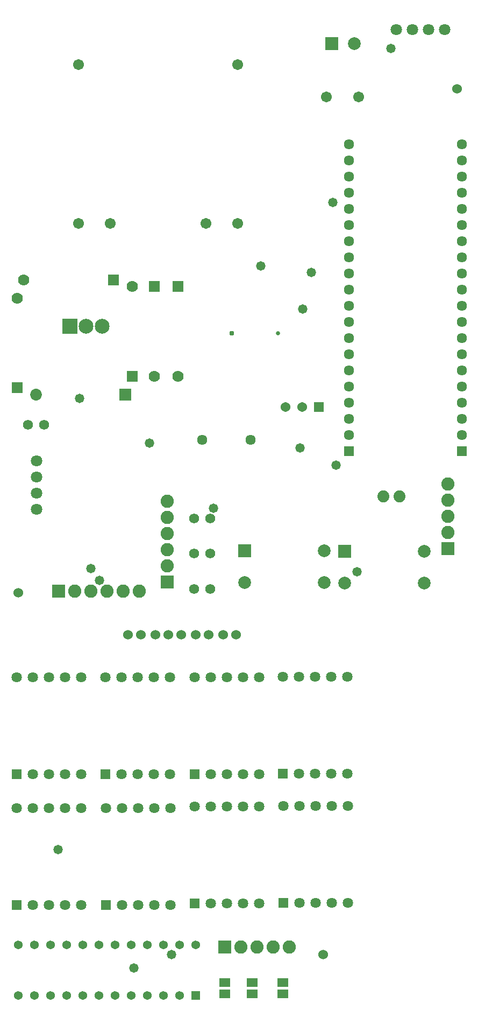
<source format=gbr>
%TF.GenerationSoftware,Altium Limited,Altium Designer,24.3.1 (35)*%
G04 Layer_Color=16711935*
%FSLAX25Y25*%
%MOIN*%
%TF.SameCoordinates,1C50E6C9-DA4A-4B26-87AC-B265A0C711DB*%
%TF.FilePolarity,Negative*%
%TF.FileFunction,Soldermask,Bot*%
%TF.Part,Single*%
G01*
G75*
%TA.AperFunction,WasherPad*%
%ADD21C,0.06000*%
%TA.AperFunction,ComponentPad*%
%ADD33R,0.07874X0.07874*%
%ADD34C,0.07874*%
%TA.AperFunction,SMDPad,CuDef*%
%ADD56R,0.06509X0.05328*%
%TA.AperFunction,ComponentPad*%
%ADD62R,0.05367X0.05367*%
%ADD63C,0.05367*%
%ADD64R,0.06410X0.06410*%
%ADD65C,0.06410*%
%ADD66C,0.08182*%
%ADD67R,0.08182X0.08182*%
%ADD68R,0.08182X0.08182*%
%ADD69R,0.06048X0.06048*%
%ADD70C,0.06048*%
%ADD71C,0.06343*%
%ADD72C,0.07414*%
%ADD73C,0.07119*%
%ADD74R,0.06343X0.06343*%
%ADD75C,0.06174*%
%ADD76C,0.03084*%
%ADD77C,0.02572*%
%ADD78C,0.07001*%
%ADD79R,0.07001X0.07001*%
%ADD80R,0.07296X0.07296*%
%ADD81C,0.07296*%
%ADD82C,0.09186*%
%ADD83R,0.09186X0.09186*%
%ADD84R,0.07001X0.07001*%
%ADD85C,0.06706*%
%ADD86C,0.07887*%
%ADD87R,0.07887X0.07887*%
%TA.AperFunction,ViaPad*%
%ADD88C,0.05800*%
D21*
X140000Y236000D02*
D03*
X123000D02*
D03*
X89000D02*
D03*
X106000D02*
D03*
X81000D02*
D03*
X114000D02*
D03*
X98000D02*
D03*
X131000D02*
D03*
X148000D02*
D03*
X202000Y38000D02*
D03*
X13000Y262000D02*
D03*
X285000Y574000D02*
D03*
D33*
X215500Y287726D02*
D03*
X153394Y287840D02*
D03*
D34*
X264713Y287726D02*
D03*
X215500Y268041D02*
D03*
X264713D02*
D03*
X202606Y287840D02*
D03*
X153394Y268155D02*
D03*
X202606D02*
D03*
D56*
X158000Y20543D02*
D03*
Y13457D02*
D03*
X141000Y20587D02*
D03*
Y13500D02*
D03*
X177000Y20543D02*
D03*
Y13457D02*
D03*
D62*
X123000Y12740D02*
D03*
D63*
X113000D02*
D03*
X103000D02*
D03*
X93000D02*
D03*
X83000D02*
D03*
X73000D02*
D03*
X63000D02*
D03*
X53000D02*
D03*
X43000D02*
D03*
X33000D02*
D03*
X23000D02*
D03*
X13000D02*
D03*
Y44000D02*
D03*
X23000D02*
D03*
X33000D02*
D03*
X43000D02*
D03*
X53000D02*
D03*
X63000D02*
D03*
X73000D02*
D03*
X83000D02*
D03*
X93000D02*
D03*
X103000D02*
D03*
X113000D02*
D03*
X123000D02*
D03*
D64*
X12000Y68500D02*
D03*
X67500D02*
D03*
X177500Y70000D02*
D03*
X122500Y69500D02*
D03*
X177000Y150000D02*
D03*
X12000Y149500D02*
D03*
X122500D02*
D03*
X67000D02*
D03*
D65*
X22000Y68500D02*
D03*
X32000D02*
D03*
X42000D02*
D03*
X52000D02*
D03*
Y128500D02*
D03*
X42000D02*
D03*
X32000D02*
D03*
X22000D02*
D03*
X12000D02*
D03*
X77500Y68500D02*
D03*
X87500D02*
D03*
X97500D02*
D03*
X107500D02*
D03*
Y128500D02*
D03*
X97500D02*
D03*
X87500D02*
D03*
X77500D02*
D03*
X67500D02*
D03*
X187500Y70000D02*
D03*
X197500D02*
D03*
X207500D02*
D03*
X217500D02*
D03*
Y130000D02*
D03*
X207500D02*
D03*
X197500D02*
D03*
X187500D02*
D03*
X177500D02*
D03*
X132500Y69500D02*
D03*
X142500D02*
D03*
X152500D02*
D03*
X162500D02*
D03*
Y129500D02*
D03*
X152500D02*
D03*
X142500D02*
D03*
X132500D02*
D03*
X122500D02*
D03*
X187000Y150000D02*
D03*
X197000D02*
D03*
X207000D02*
D03*
X217000D02*
D03*
Y210000D02*
D03*
X207000D02*
D03*
X197000D02*
D03*
X187000D02*
D03*
X177000D02*
D03*
X22000Y149500D02*
D03*
X32000D02*
D03*
X42000D02*
D03*
X52000D02*
D03*
Y209500D02*
D03*
X42000D02*
D03*
X32000D02*
D03*
X22000D02*
D03*
X12000D02*
D03*
X132500Y149500D02*
D03*
X142500D02*
D03*
X152500D02*
D03*
X162500D02*
D03*
Y209500D02*
D03*
X152500D02*
D03*
X142500D02*
D03*
X132500D02*
D03*
X122500D02*
D03*
X77000Y149500D02*
D03*
X87000D02*
D03*
X97000D02*
D03*
X107000D02*
D03*
Y209500D02*
D03*
X97000D02*
D03*
X87000D02*
D03*
X77000D02*
D03*
X67000D02*
D03*
D66*
X181000Y42500D02*
D03*
X171000D02*
D03*
X161000D02*
D03*
X151000D02*
D03*
X279500Y329345D02*
D03*
Y319345D02*
D03*
Y309345D02*
D03*
Y299345D02*
D03*
X105500Y278500D02*
D03*
Y288500D02*
D03*
Y298500D02*
D03*
Y308500D02*
D03*
Y318500D02*
D03*
X48000Y263000D02*
D03*
X58000D02*
D03*
X68000D02*
D03*
X78000D02*
D03*
X88000D02*
D03*
D67*
X141000Y42500D02*
D03*
X38000Y263000D02*
D03*
D68*
X279500Y289345D02*
D03*
X105500Y268500D02*
D03*
D69*
X199236Y377000D02*
D03*
D70*
X189000D02*
D03*
X178764D02*
D03*
D71*
X126961Y356500D02*
D03*
X156961D02*
D03*
X218000Y439500D02*
D03*
Y449500D02*
D03*
Y429500D02*
D03*
Y419500D02*
D03*
Y409500D02*
D03*
Y399500D02*
D03*
Y389500D02*
D03*
Y379500D02*
D03*
Y369500D02*
D03*
Y359500D02*
D03*
Y459500D02*
D03*
Y469500D02*
D03*
Y479500D02*
D03*
Y489500D02*
D03*
Y499500D02*
D03*
Y509500D02*
D03*
Y519500D02*
D03*
Y529500D02*
D03*
Y539500D02*
D03*
X288000Y439500D02*
D03*
Y449500D02*
D03*
Y429500D02*
D03*
Y419500D02*
D03*
Y409500D02*
D03*
Y399500D02*
D03*
Y389500D02*
D03*
Y379500D02*
D03*
Y369500D02*
D03*
Y359500D02*
D03*
Y459500D02*
D03*
Y469500D02*
D03*
Y479500D02*
D03*
Y489500D02*
D03*
Y499500D02*
D03*
Y509500D02*
D03*
Y519500D02*
D03*
Y529500D02*
D03*
Y539500D02*
D03*
D72*
X249500Y321500D02*
D03*
X239500D02*
D03*
D73*
X277500Y610500D02*
D03*
X267500D02*
D03*
X257500D02*
D03*
X247500D02*
D03*
X24500Y343500D02*
D03*
Y333500D02*
D03*
Y323500D02*
D03*
Y313500D02*
D03*
D74*
X218000Y349500D02*
D03*
X288000D02*
D03*
D75*
X122000Y264266D02*
D03*
X132000D02*
D03*
X122000Y308000D02*
D03*
X132000D02*
D03*
X122000Y286133D02*
D03*
X132000D02*
D03*
X19000Y366000D02*
D03*
X29000D02*
D03*
D76*
X145442Y422500D02*
D03*
D77*
X173985D02*
D03*
D78*
X112000Y396000D02*
D03*
X83810Y451500D02*
D03*
X97500Y395988D02*
D03*
X12500Y444431D02*
D03*
X16500Y455716D02*
D03*
D79*
X112000Y451512D02*
D03*
X83810Y395988D02*
D03*
X97500Y451500D02*
D03*
X12500Y388919D02*
D03*
D80*
X79512Y384700D02*
D03*
D81*
X24000D02*
D03*
D82*
X65191Y427000D02*
D03*
X55152D02*
D03*
D83*
X45112D02*
D03*
D84*
X72012Y455716D02*
D03*
D85*
X224000Y569000D02*
D03*
X204000D02*
D03*
X50500Y589000D02*
D03*
X148925D02*
D03*
Y490575D02*
D03*
X129240D02*
D03*
X70185D02*
D03*
X50500D02*
D03*
D86*
X221280Y602000D02*
D03*
D87*
X207500D02*
D03*
D88*
X244000Y599000D02*
D03*
X210000Y341000D02*
D03*
X108000Y38000D02*
D03*
X63313Y269500D02*
D03*
X37600Y102900D02*
D03*
X194850Y460350D02*
D03*
X134200Y314200D02*
D03*
X163500Y464200D02*
D03*
X58000Y277000D02*
D03*
X223100Y274800D02*
D03*
X207900Y503500D02*
D03*
X94400Y354500D02*
D03*
X84800Y29700D02*
D03*
X51076Y382400D02*
D03*
X189300Y437700D02*
D03*
X187800Y351700D02*
D03*
%TF.MD5,9cc13c5054e58b3a4cbc96fe9492c8d9*%
M02*

</source>
